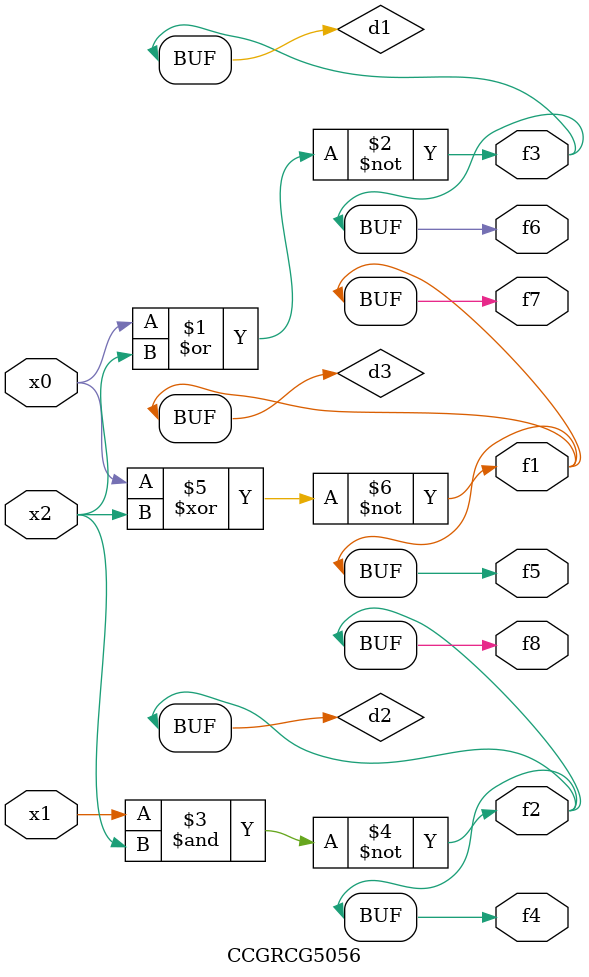
<source format=v>
module CCGRCG5056(
	input x0, x1, x2,
	output f1, f2, f3, f4, f5, f6, f7, f8
);

	wire d1, d2, d3;

	nor (d1, x0, x2);
	nand (d2, x1, x2);
	xnor (d3, x0, x2);
	assign f1 = d3;
	assign f2 = d2;
	assign f3 = d1;
	assign f4 = d2;
	assign f5 = d3;
	assign f6 = d1;
	assign f7 = d3;
	assign f8 = d2;
endmodule

</source>
